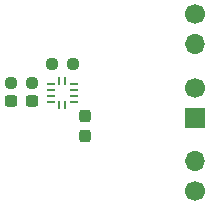
<source format=gts>
G04 #@! TF.GenerationSoftware,KiCad,Pcbnew,8.0.5*
G04 #@! TF.CreationDate,2024-10-06T10:53:57+02:00*
G04 #@! TF.ProjectId,BMA400-breakout,424d4134-3030-42d6-9272-65616b6f7574,rev?*
G04 #@! TF.SameCoordinates,Original*
G04 #@! TF.FileFunction,Soldermask,Top*
G04 #@! TF.FilePolarity,Negative*
%FSLAX46Y46*%
G04 Gerber Fmt 4.6, Leading zero omitted, Abs format (unit mm)*
G04 Created by KiCad (PCBNEW 8.0.5) date 2024-10-06 10:53:57*
%MOMM*%
%LPD*%
G01*
G04 APERTURE LIST*
G04 Aperture macros list*
%AMRoundRect*
0 Rectangle with rounded corners*
0 $1 Rounding radius*
0 $2 $3 $4 $5 $6 $7 $8 $9 X,Y pos of 4 corners*
0 Add a 4 corners polygon primitive as box body*
4,1,4,$2,$3,$4,$5,$6,$7,$8,$9,$2,$3,0*
0 Add four circle primitives for the rounded corners*
1,1,$1+$1,$2,$3*
1,1,$1+$1,$4,$5*
1,1,$1+$1,$6,$7*
1,1,$1+$1,$8,$9*
0 Add four rect primitives between the rounded corners*
20,1,$1+$1,$2,$3,$4,$5,0*
20,1,$1+$1,$4,$5,$6,$7,0*
20,1,$1+$1,$6,$7,$8,$9,0*
20,1,$1+$1,$8,$9,$2,$3,0*%
G04 Aperture macros list end*
%ADD10R,0.800000X0.280000*%
%ADD11R,0.280000X0.800000*%
%ADD12C,1.700000*%
%ADD13O,1.700000X1.700000*%
%ADD14RoundRect,0.237500X0.250000X0.237500X-0.250000X0.237500X-0.250000X-0.237500X0.250000X-0.237500X0*%
%ADD15RoundRect,0.237500X-0.250000X-0.237500X0.250000X-0.237500X0.250000X0.237500X-0.250000X0.237500X0*%
%ADD16RoundRect,0.237500X0.300000X0.237500X-0.300000X0.237500X-0.300000X-0.237500X0.300000X-0.237500X0*%
%ADD17RoundRect,0.237500X-0.237500X0.300000X-0.237500X-0.300000X0.237500X-0.300000X0.237500X0.300000X0*%
%ADD18R,1.700000X1.700000*%
G04 APERTURE END LIST*
D10*
X103525340Y-71525000D03*
X103525340Y-72025000D03*
X103525340Y-72525000D03*
X103525340Y-73025000D03*
D11*
X104275340Y-73275000D03*
X104775340Y-73275000D03*
D10*
X105525340Y-73025000D03*
X105525340Y-72525000D03*
X105525340Y-72025000D03*
X105525340Y-71525000D03*
D11*
X104775340Y-71275000D03*
X104275340Y-71275000D03*
D12*
X115720000Y-65630000D03*
D13*
X115720000Y-68170000D03*
D14*
X105442500Y-69850000D03*
X103617500Y-69850000D03*
D15*
X100155000Y-71440000D03*
X101980000Y-71440000D03*
D16*
X101932500Y-72960000D03*
X100207500Y-72960000D03*
D17*
X106430000Y-74227500D03*
X106430000Y-75952500D03*
D12*
X115720000Y-71840000D03*
D18*
X115720000Y-74380000D03*
D12*
X115720000Y-80590000D03*
D13*
X115720000Y-78050000D03*
M02*

</source>
